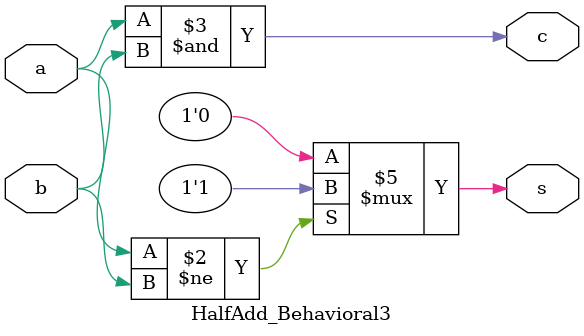
<source format=v>
/******************
* Half Adder      *
* Behavioural      *
* Specification 3 *
*******************/

module HalfAdd_Behavioral3 (
    a, b, c,s
);
input a,b;
output reg c,s;
always @ (*) begin
    if(a!=b)
        s=1;
    else
     s=0;
    c=a&b;
end
endmodule
</source>
